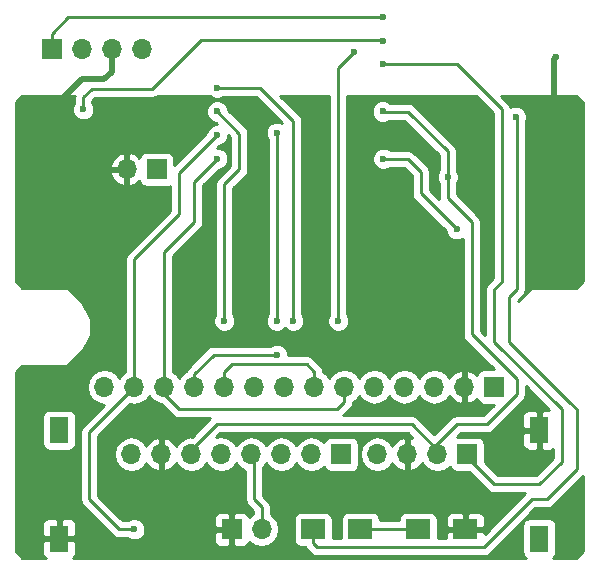
<source format=gbl>
G04 #@! TF.FileFunction,Copper,L2,Bot,Signal*
%FSLAX46Y46*%
G04 Gerber Fmt 4.6, Leading zero omitted, Abs format (unit mm)*
G04 Created by KiCad (PCBNEW 4.0.7) date 05/23/18 23:06:23*
%MOMM*%
%LPD*%
G01*
G04 APERTURE LIST*
%ADD10C,0.100000*%
%ADD11R,1.700000X1.700000*%
%ADD12O,1.700000X1.700000*%
%ADD13R,2.000000X1.700000*%
%ADD14R,1.600000X2.180000*%
%ADD15C,0.600000*%
%ADD16C,0.500000*%
%ADD17C,0.250000*%
%ADD18C,0.254000*%
G04 APERTURE END LIST*
D10*
D11*
X-124841000Y33020000D03*
D12*
X-127381000Y33020000D03*
X-129921000Y33020000D03*
X-132461000Y33020000D03*
D11*
X-160020000Y67310000D03*
D12*
X-157480000Y67310000D03*
X-154940000Y67310000D03*
X-152400000Y67310000D03*
D11*
X-151130000Y57150000D03*
D12*
X-153670000Y57150000D03*
D13*
X-133890000Y26670000D03*
X-137890000Y26670000D03*
X-129000000Y26670000D03*
X-125000000Y26670000D03*
D11*
X-122555000Y38735000D03*
D12*
X-125095000Y38735000D03*
X-127635000Y38735000D03*
X-130175000Y38735000D03*
X-132715000Y38735000D03*
X-135255000Y38735000D03*
X-137795000Y38735000D03*
X-140335000Y38735000D03*
X-142875000Y38735000D03*
X-145415000Y38735000D03*
X-147955000Y38735000D03*
X-150495000Y38735000D03*
X-153035000Y38735000D03*
X-155575000Y38735000D03*
D14*
X-159385000Y25890000D03*
X-159385000Y35070000D03*
X-118745000Y35070000D03*
X-118745000Y25890000D03*
D11*
X-144780000Y26670000D03*
D12*
X-142240000Y26670000D03*
D11*
X-135509000Y33020000D03*
D12*
X-138049000Y33020000D03*
X-140589000Y33020000D03*
X-143129000Y33020000D03*
X-145669000Y33020000D03*
X-148209000Y33020000D03*
X-150749000Y33020000D03*
X-153289000Y33020000D03*
D15*
X-154305000Y41275000D03*
X-149225000Y41275000D03*
X-121285000Y29210000D03*
X-121285000Y31750000D03*
X-118745000Y50165000D03*
X-117330000Y66675000D03*
X-117348000Y56515000D03*
X-123190000Y50260000D03*
X-127635000Y46228000D03*
X-137795000Y46260000D03*
X-142875000Y46228000D03*
X-147980000Y45960000D03*
X-159385000Y51054000D03*
X-132010000Y56050000D03*
X-120745000Y61595000D03*
X-131953000Y58039000D03*
X-125730000Y52070000D03*
X-132010000Y62050000D03*
X-126492000Y56515000D03*
X-146010000Y64050000D03*
X-139573000Y44323000D03*
X-145415000Y44323000D03*
X-146010000Y62050000D03*
X-118745000Y26035000D03*
X-153035000Y26670000D03*
X-146010000Y60050000D03*
X-146010000Y58050000D03*
X-159385000Y34925000D03*
X-140970000Y41465500D03*
X-140970000Y44323000D03*
X-140970000Y60261500D03*
X-132010000Y66050000D03*
X-131953000Y70040500D03*
X-132010000Y68050000D03*
X-157353000Y62230000D03*
X-134429500Y67056000D03*
X-135763000Y44323000D03*
D16*
X-159385000Y62865000D02*
X-157480000Y64770000D01*
X-159385000Y62865000D02*
X-159385000Y60960000D01*
X-159385000Y60960000D02*
X-158115000Y59690000D01*
X-158115000Y59690000D02*
X-154940000Y59690000D01*
X-154940000Y59690000D02*
X-153670000Y58420000D01*
X-153670000Y57150000D02*
X-153670000Y58420000D01*
X-154940000Y65405000D02*
X-154940000Y67310000D01*
X-155575000Y64770000D02*
X-154940000Y65405000D01*
X-157480000Y64770000D02*
X-155575000Y64770000D01*
X-117475000Y62865000D02*
X-117475000Y66530000D01*
X-117475000Y66530000D02*
X-117330000Y66675000D01*
X-123190000Y50260000D02*
X-123190000Y50292000D01*
X-147955000Y45974000D02*
X-147966000Y45974000D01*
X-147966000Y45974000D02*
X-147980000Y45960000D01*
D17*
X-121285000Y27305000D02*
X-123444000Y25146000D01*
X-120745000Y61595000D02*
X-120650000Y61500000D01*
X-120650000Y61500000D02*
X-120650000Y46990000D01*
X-120650000Y46990000D02*
X-121285000Y46355000D01*
X-121285000Y46355000D02*
X-121285000Y42545000D01*
X-121285000Y42545000D02*
X-116205000Y37465000D01*
X-115570000Y36830000D02*
X-115570000Y31750000D01*
X-116205000Y37465000D02*
X-115570000Y36830000D01*
X-119380000Y29210000D02*
X-121285000Y27305000D01*
X-118110000Y29210000D02*
X-119380000Y29210000D01*
X-115570000Y31750000D02*
X-118110000Y29210000D01*
X-137890000Y25495000D02*
X-137890000Y26670000D01*
X-137541000Y25146000D02*
X-137890000Y25495000D01*
X-123444000Y25146000D02*
X-137541000Y25146000D01*
X-129857500Y58039000D02*
X-131953000Y58039000D01*
X-128778000Y56959500D02*
X-129857500Y58039000D01*
X-128778000Y55118000D02*
X-128778000Y56959500D01*
X-125730000Y52070000D02*
X-128778000Y55118000D01*
X-124460000Y43180000D02*
X-120650000Y39370000D01*
X-126492000Y54737000D02*
X-124460000Y52705000D01*
X-124460000Y52705000D02*
X-124460000Y43180000D01*
X-126492000Y56515000D02*
X-126492000Y54737000D01*
X-125730000Y35560000D02*
X-127635000Y33655000D01*
X-123190000Y35560000D02*
X-125730000Y35560000D01*
X-120650000Y38100000D02*
X-123190000Y35560000D01*
X-120650000Y39370000D02*
X-120650000Y38100000D01*
X-127635000Y33655000D02*
X-127635000Y33020000D01*
X-147955000Y33020000D02*
X-147955000Y33655000D01*
X-147955000Y33655000D02*
X-146050000Y35560000D01*
X-129540000Y35560000D02*
X-127635000Y33655000D01*
X-146050000Y35560000D02*
X-129540000Y35560000D01*
X-127635000Y33655000D02*
X-127635000Y33020000D01*
X-126492000Y58674000D02*
X-126492000Y56515000D01*
X-129857500Y62039500D02*
X-126492000Y58674000D01*
X-131999500Y62039500D02*
X-129857500Y62039500D01*
X-131999500Y62039500D02*
X-132010000Y62050000D01*
X-139573000Y61214000D02*
X-139573000Y44323000D01*
X-142430500Y64071500D02*
X-139573000Y61214000D01*
X-145988500Y64071500D02*
X-142430500Y64071500D01*
X-145988500Y64071500D02*
X-146010000Y64050000D01*
X-145415000Y44323000D02*
X-145415000Y55880000D01*
X-144145000Y57150000D02*
X-145415000Y55880000D01*
X-144145000Y60185000D02*
X-144145000Y57150000D01*
X-144145000Y60185000D02*
X-146010000Y62050000D01*
X-145415000Y38735000D02*
X-145415000Y40005000D01*
X-137795000Y40005000D02*
X-137795000Y38735000D01*
X-138430000Y40640000D02*
X-137795000Y40005000D01*
X-139065000Y40640000D02*
X-138430000Y40640000D01*
X-144780000Y40640000D02*
X-139065000Y40640000D01*
X-145415000Y40005000D02*
X-144780000Y40640000D01*
X-118745000Y26035000D02*
X-118745000Y25890000D01*
X-153035000Y38735000D02*
X-156845000Y34925000D01*
X-154305000Y26670000D02*
X-153035000Y26670000D01*
X-156845000Y29210000D02*
X-154305000Y26670000D01*
X-156845000Y34925000D02*
X-156845000Y29210000D01*
X-146010000Y60050000D02*
X-149225000Y56835000D01*
X-149225000Y56835000D02*
X-146010000Y60050000D01*
X-149225000Y56835000D02*
X-149225000Y53340000D01*
X-149225000Y53340000D02*
X-153035000Y49530000D01*
X-153035000Y49530000D02*
X-153035000Y38735000D01*
X-150495000Y38735000D02*
X-150495000Y50165000D01*
X-147955000Y52705000D02*
X-150495000Y50165000D01*
X-147955000Y56105000D02*
X-147955000Y52705000D01*
X-147955000Y56105000D02*
X-146010000Y58050000D01*
X-150495000Y38735000D02*
X-150495000Y38100000D01*
X-150495000Y38100000D02*
X-149225000Y36830000D01*
X-149225000Y36830000D02*
X-135890000Y36830000D01*
X-135890000Y36830000D02*
X-135255000Y37465000D01*
X-135255000Y37465000D02*
X-135255000Y38735000D01*
X-159385000Y34925000D02*
X-159385000Y35070000D01*
X-147955000Y39814500D02*
X-147955000Y38735000D01*
X-146304000Y41465500D02*
X-147955000Y39814500D01*
X-146177000Y41465500D02*
X-146304000Y41465500D01*
X-145986500Y41465500D02*
X-146177000Y41465500D01*
X-140970000Y41465500D02*
X-145986500Y41465500D01*
X-140970000Y44577000D02*
X-140970000Y44323000D01*
X-140970000Y59055000D02*
X-140970000Y44577000D01*
X-140970000Y60261500D02*
X-140970000Y59055000D01*
X-125095000Y33020000D02*
X-122555000Y30480000D01*
X-118745000Y30480000D02*
X-122555000Y30480000D01*
X-116840000Y32385000D02*
X-118745000Y30480000D01*
X-116840000Y36830000D02*
X-116840000Y32385000D01*
X-122555000Y42545000D02*
X-116840000Y36830000D01*
X-122555000Y46990000D02*
X-122555000Y42545000D01*
X-121920000Y47625000D02*
X-122555000Y46990000D01*
X-121920000Y62230000D02*
X-121920000Y47625000D01*
X-125730000Y66040000D02*
X-121920000Y62230000D01*
X-132000000Y66040000D02*
X-125730000Y66040000D01*
X-132000000Y66040000D02*
X-132010000Y66050000D01*
X-147129500Y70040500D02*
X-158623000Y70040500D01*
X-147129500Y70040500D02*
X-131953000Y70040500D01*
X-160020000Y68643500D02*
X-160020000Y67310000D01*
X-158623000Y70040500D02*
X-160020000Y68643500D01*
X-157353000Y63246000D02*
X-157353000Y62230000D01*
X-157353000Y63246000D02*
X-157353000Y63246000D01*
X-156654500Y63944500D02*
X-157353000Y63246000D01*
X-151511000Y63944500D02*
X-156654500Y63944500D01*
X-147383500Y68072000D02*
X-151511000Y63944500D01*
X-132032000Y68072000D02*
X-147383500Y68072000D01*
X-132010000Y68050000D02*
X-132032000Y68072000D01*
X-133890000Y26670000D02*
X-129000000Y26670000D01*
X-135763000Y65722500D02*
X-135763000Y44323000D01*
X-135763000Y65722500D02*
X-134429500Y67056000D01*
X-142240000Y26670000D02*
X-142240000Y28575000D01*
X-142875000Y29210000D02*
X-142875000Y33020000D01*
X-142240000Y28575000D02*
X-142875000Y29210000D01*
D18*
G36*
X-158113000Y63246000D02*
X-158113000Y62792463D01*
X-158145192Y62760327D01*
X-158287838Y62416799D01*
X-158288162Y62044833D01*
X-158146117Y61701057D01*
X-157883327Y61437808D01*
X-157539799Y61295162D01*
X-157167833Y61294838D01*
X-156824057Y61436883D01*
X-156560808Y61699673D01*
X-156418162Y62043201D01*
X-156417838Y62415167D01*
X-156559883Y62758943D01*
X-156593000Y62792118D01*
X-156593000Y62931198D01*
X-156339698Y63184500D01*
X-151511000Y63184500D01*
X-151220161Y63242352D01*
X-151024632Y63373000D01*
X-146655318Y63373000D01*
X-146540327Y63257808D01*
X-146196799Y63115162D01*
X-145824833Y63114838D01*
X-145481057Y63256883D01*
X-145426345Y63311500D01*
X-142745302Y63311500D01*
X-140521452Y61087650D01*
X-140783201Y61196338D01*
X-141155167Y61196662D01*
X-141498943Y61054617D01*
X-141762192Y60791827D01*
X-141904838Y60448299D01*
X-141905162Y60076333D01*
X-141763117Y59732557D01*
X-141730000Y59699382D01*
X-141730000Y44885463D01*
X-141762192Y44853327D01*
X-141904838Y44509799D01*
X-141905162Y44137833D01*
X-141763117Y43794057D01*
X-141500327Y43530808D01*
X-141156799Y43388162D01*
X-140784833Y43387838D01*
X-140441057Y43529883D01*
X-140271435Y43699209D01*
X-140103327Y43530808D01*
X-139759799Y43388162D01*
X-139387833Y43387838D01*
X-139044057Y43529883D01*
X-138780808Y43792673D01*
X-138638162Y44136201D01*
X-138637838Y44508167D01*
X-138779883Y44851943D01*
X-138813000Y44885118D01*
X-138813000Y61214000D01*
X-138851954Y61409833D01*
X-138870852Y61504840D01*
X-139035599Y61751401D01*
X-140657198Y63373000D01*
X-136523000Y63373000D01*
X-136523000Y44885463D01*
X-136555192Y44853327D01*
X-136697838Y44509799D01*
X-136698162Y44137833D01*
X-136556117Y43794057D01*
X-136293327Y43530808D01*
X-135949799Y43388162D01*
X-135577833Y43387838D01*
X-135234057Y43529883D01*
X-134970808Y43792673D01*
X-134828162Y44136201D01*
X-134827838Y44508167D01*
X-134969883Y44851943D01*
X-135003000Y44885118D01*
X-135003000Y63373000D01*
X-124137802Y63373000D01*
X-122680000Y61915198D01*
X-122680000Y47939802D01*
X-123092401Y47527401D01*
X-123257148Y47280839D01*
X-123315000Y46990000D01*
X-123315000Y43109802D01*
X-123700000Y43494802D01*
X-123700000Y52705000D01*
X-123757852Y52995839D01*
X-123922599Y53242401D01*
X-125732000Y55051802D01*
X-125732000Y55952537D01*
X-125699808Y55984673D01*
X-125557162Y56328201D01*
X-125556838Y56700167D01*
X-125698883Y57043943D01*
X-125732000Y57077118D01*
X-125732000Y58674000D01*
X-125789852Y58964839D01*
X-125954599Y59211401D01*
X-129320099Y62576901D01*
X-129566661Y62741648D01*
X-129857500Y62799500D01*
X-131437055Y62799500D01*
X-131479673Y62842192D01*
X-131823201Y62984838D01*
X-132195167Y62985162D01*
X-132538943Y62843117D01*
X-132802192Y62580327D01*
X-132944838Y62236799D01*
X-132945162Y61864833D01*
X-132803117Y61521057D01*
X-132540327Y61257808D01*
X-132196799Y61115162D01*
X-131824833Y61114838D01*
X-131481057Y61256883D01*
X-131458400Y61279500D01*
X-130172302Y61279500D01*
X-127252000Y58359198D01*
X-127252000Y57077463D01*
X-127284192Y57045327D01*
X-127426838Y56701799D01*
X-127427162Y56329833D01*
X-127285117Y55986057D01*
X-127252000Y55952882D01*
X-127252000Y54737000D01*
X-127234569Y54649371D01*
X-128018000Y55432802D01*
X-128018000Y56959500D01*
X-128075852Y57250339D01*
X-128240599Y57496901D01*
X-129320099Y58576401D01*
X-129566661Y58741148D01*
X-129857500Y58799000D01*
X-131390537Y58799000D01*
X-131422673Y58831192D01*
X-131766201Y58973838D01*
X-132138167Y58974162D01*
X-132481943Y58832117D01*
X-132745192Y58569327D01*
X-132887838Y58225799D01*
X-132888162Y57853833D01*
X-132746117Y57510057D01*
X-132483327Y57246808D01*
X-132139799Y57104162D01*
X-131767833Y57103838D01*
X-131424057Y57245883D01*
X-131390882Y57279000D01*
X-130172302Y57279000D01*
X-129538000Y56644698D01*
X-129538000Y55118000D01*
X-129480148Y54827161D01*
X-129315401Y54580599D01*
X-126665122Y51930320D01*
X-126665162Y51884833D01*
X-126523117Y51541057D01*
X-126260327Y51277808D01*
X-125916799Y51135162D01*
X-125544833Y51134838D01*
X-125220000Y51269056D01*
X-125220000Y43180000D01*
X-125162148Y42889161D01*
X-124997401Y42642599D01*
X-122587242Y40232440D01*
X-123405000Y40232440D01*
X-123640317Y40188162D01*
X-123856441Y40049090D01*
X-124001431Y39836890D01*
X-124023301Y39728893D01*
X-124328076Y40006645D01*
X-124738110Y40176476D01*
X-124968000Y40055155D01*
X-124968000Y38862000D01*
X-124948000Y38862000D01*
X-124948000Y38608000D01*
X-124968000Y38608000D01*
X-124968000Y37414845D01*
X-124738110Y37293524D01*
X-124328076Y37463355D01*
X-124025063Y37739501D01*
X-124008162Y37649683D01*
X-123869090Y37433559D01*
X-123656890Y37288569D01*
X-123405000Y37237560D01*
X-122587242Y37237560D01*
X-123504802Y36320000D01*
X-125730000Y36320000D01*
X-126020839Y36262148D01*
X-126267401Y36097401D01*
X-127635000Y34729802D01*
X-129002599Y36097401D01*
X-129249161Y36262148D01*
X-129540000Y36320000D01*
X-135325198Y36320000D01*
X-134717599Y36927599D01*
X-134552852Y37174161D01*
X-134495678Y37461593D01*
X-134204946Y37655853D01*
X-133985000Y37985026D01*
X-133765054Y37655853D01*
X-133283285Y37333946D01*
X-132715000Y37220907D01*
X-132146715Y37333946D01*
X-131664946Y37655853D01*
X-131445000Y37985026D01*
X-131225054Y37655853D01*
X-130743285Y37333946D01*
X-130175000Y37220907D01*
X-129606715Y37333946D01*
X-129124946Y37655853D01*
X-128905000Y37985026D01*
X-128685054Y37655853D01*
X-128203285Y37333946D01*
X-127635000Y37220907D01*
X-127066715Y37333946D01*
X-126584946Y37655853D01*
X-126357298Y37996553D01*
X-126290183Y37853642D01*
X-125861924Y37463355D01*
X-125451890Y37293524D01*
X-125222000Y37414845D01*
X-125222000Y38608000D01*
X-125242000Y38608000D01*
X-125242000Y38862000D01*
X-125222000Y38862000D01*
X-125222000Y40055155D01*
X-125451890Y40176476D01*
X-125861924Y40006645D01*
X-126290183Y39616358D01*
X-126357298Y39473447D01*
X-126584946Y39814147D01*
X-127066715Y40136054D01*
X-127635000Y40249093D01*
X-128203285Y40136054D01*
X-128685054Y39814147D01*
X-128905000Y39484974D01*
X-129124946Y39814147D01*
X-129606715Y40136054D01*
X-130175000Y40249093D01*
X-130743285Y40136054D01*
X-131225054Y39814147D01*
X-131445000Y39484974D01*
X-131664946Y39814147D01*
X-132146715Y40136054D01*
X-132715000Y40249093D01*
X-133283285Y40136054D01*
X-133765054Y39814147D01*
X-133985000Y39484974D01*
X-134204946Y39814147D01*
X-134686715Y40136054D01*
X-135255000Y40249093D01*
X-135823285Y40136054D01*
X-136305054Y39814147D01*
X-136525000Y39484974D01*
X-136744946Y39814147D01*
X-137035678Y40008407D01*
X-137092852Y40295839D01*
X-137257599Y40542401D01*
X-137892599Y41177401D01*
X-138139161Y41342148D01*
X-138430000Y41400000D01*
X-140035056Y41400000D01*
X-140034838Y41650667D01*
X-140176883Y41994443D01*
X-140439673Y42257692D01*
X-140783201Y42400338D01*
X-141155167Y42400662D01*
X-141498943Y42258617D01*
X-141532118Y42225500D01*
X-146304000Y42225500D01*
X-146594839Y42167648D01*
X-146841401Y42002901D01*
X-148492401Y40351901D01*
X-148657148Y40105339D01*
X-148670621Y40037608D01*
X-149005054Y39814147D01*
X-149225000Y39484974D01*
X-149444946Y39814147D01*
X-149735000Y40007954D01*
X-149735000Y49850198D01*
X-147417599Y52167599D01*
X-147252852Y52414160D01*
X-147243254Y52462414D01*
X-147195000Y52705000D01*
X-147195000Y55790198D01*
X-145870320Y57114878D01*
X-145824833Y57114838D01*
X-145481057Y57256883D01*
X-145217808Y57519673D01*
X-145075162Y57863201D01*
X-145074838Y58235167D01*
X-145216883Y58578943D01*
X-145479673Y58842192D01*
X-145823201Y58984838D01*
X-146000206Y58984992D01*
X-145870320Y59114878D01*
X-145824833Y59114838D01*
X-145481057Y59256883D01*
X-145217808Y59519673D01*
X-145075162Y59863201D01*
X-145075008Y60040206D01*
X-144905000Y59870198D01*
X-144905000Y57464802D01*
X-145952401Y56417401D01*
X-146117148Y56170839D01*
X-146175000Y55880000D01*
X-146175000Y44885463D01*
X-146207192Y44853327D01*
X-146349838Y44509799D01*
X-146350162Y44137833D01*
X-146208117Y43794057D01*
X-145945327Y43530808D01*
X-145601799Y43388162D01*
X-145229833Y43387838D01*
X-144886057Y43529883D01*
X-144622808Y43792673D01*
X-144480162Y44136201D01*
X-144479838Y44508167D01*
X-144621883Y44851943D01*
X-144655000Y44885118D01*
X-144655000Y55565198D01*
X-143607599Y56612599D01*
X-143442852Y56859160D01*
X-143385000Y57150000D01*
X-143385000Y60185000D01*
X-143442852Y60475839D01*
X-143442852Y60475840D01*
X-143607599Y60722401D01*
X-145074878Y62189680D01*
X-145074838Y62235167D01*
X-145216883Y62578943D01*
X-145479673Y62842192D01*
X-145823201Y62984838D01*
X-146195167Y62985162D01*
X-146538943Y62843117D01*
X-146802192Y62580327D01*
X-146944838Y62236799D01*
X-146945162Y61864833D01*
X-146803117Y61521057D01*
X-146540327Y61257808D01*
X-146196799Y61115162D01*
X-146149923Y61115121D01*
X-146019811Y60985009D01*
X-146195167Y60985162D01*
X-146538943Y60843117D01*
X-146802192Y60580327D01*
X-146944838Y60236799D01*
X-146944879Y60189923D01*
X-149632560Y57502242D01*
X-149632560Y58000000D01*
X-149676838Y58235317D01*
X-149815910Y58451441D01*
X-150028110Y58596431D01*
X-150280000Y58647440D01*
X-151980000Y58647440D01*
X-152215317Y58603162D01*
X-152431441Y58464090D01*
X-152576431Y58251890D01*
X-152598301Y58143893D01*
X-152903076Y58421645D01*
X-153313110Y58591476D01*
X-153543000Y58470155D01*
X-153543000Y57277000D01*
X-153523000Y57277000D01*
X-153523000Y57023000D01*
X-153543000Y57023000D01*
X-153543000Y55829845D01*
X-153313110Y55708524D01*
X-152903076Y55878355D01*
X-152600063Y56154501D01*
X-152583162Y56064683D01*
X-152444090Y55848559D01*
X-152231890Y55703569D01*
X-151980000Y55652560D01*
X-150280000Y55652560D01*
X-150044683Y55696838D01*
X-149985000Y55735243D01*
X-149985000Y53654802D01*
X-153572401Y50067401D01*
X-153737148Y49820839D01*
X-153795000Y49530000D01*
X-153795000Y40007954D01*
X-154085054Y39814147D01*
X-154305000Y39484974D01*
X-154524946Y39814147D01*
X-155006715Y40136054D01*
X-155575000Y40249093D01*
X-156143285Y40136054D01*
X-156625054Y39814147D01*
X-156946961Y39332378D01*
X-157060000Y38764093D01*
X-157060000Y38705907D01*
X-156946961Y38137622D01*
X-156625054Y37655853D01*
X-156143285Y37333946D01*
X-155615783Y37229019D01*
X-157382401Y35462401D01*
X-157547148Y35215839D01*
X-157605000Y34925000D01*
X-157605000Y29210000D01*
X-157547148Y28919161D01*
X-157382401Y28672599D01*
X-154842401Y26132599D01*
X-154595840Y25967852D01*
X-154547586Y25958254D01*
X-154305000Y25910000D01*
X-153597463Y25910000D01*
X-153565327Y25877808D01*
X-153221799Y25735162D01*
X-152849833Y25734838D01*
X-152506057Y25876883D01*
X-152242808Y26139673D01*
X-152141251Y26384250D01*
X-146265000Y26384250D01*
X-146265000Y25693691D01*
X-146168327Y25460302D01*
X-145989699Y25281673D01*
X-145756310Y25185000D01*
X-145065750Y25185000D01*
X-144907000Y25343750D01*
X-144907000Y26543000D01*
X-146106250Y26543000D01*
X-146265000Y26384250D01*
X-152141251Y26384250D01*
X-152100162Y26483201D01*
X-152099838Y26855167D01*
X-152241883Y27198943D01*
X-152504673Y27462192D01*
X-152848201Y27604838D01*
X-153220167Y27605162D01*
X-153563943Y27463117D01*
X-153597118Y27430000D01*
X-153990198Y27430000D01*
X-154206507Y27646309D01*
X-146265000Y27646309D01*
X-146265000Y26955750D01*
X-146106250Y26797000D01*
X-144907000Y26797000D01*
X-144907000Y27996250D01*
X-145065750Y28155000D01*
X-145756310Y28155000D01*
X-145989699Y28058327D01*
X-146168327Y27879698D01*
X-146265000Y27646309D01*
X-154206507Y27646309D01*
X-156085000Y29524802D01*
X-156085000Y33049093D01*
X-154774000Y33049093D01*
X-154774000Y32990907D01*
X-154660961Y32422622D01*
X-154339054Y31940853D01*
X-153857285Y31618946D01*
X-153289000Y31505907D01*
X-152720715Y31618946D01*
X-152238946Y31940853D01*
X-152011298Y32281553D01*
X-151944183Y32138642D01*
X-151515924Y31748355D01*
X-151105890Y31578524D01*
X-150876000Y31699845D01*
X-150876000Y32893000D01*
X-150896000Y32893000D01*
X-150896000Y33147000D01*
X-150876000Y33147000D01*
X-150876000Y34340155D01*
X-151105890Y34461476D01*
X-151515924Y34291645D01*
X-151944183Y33901358D01*
X-152011298Y33758447D01*
X-152238946Y34099147D01*
X-152720715Y34421054D01*
X-153289000Y34534093D01*
X-153857285Y34421054D01*
X-154339054Y34099147D01*
X-154660961Y33617378D01*
X-154774000Y33049093D01*
X-156085000Y33049093D01*
X-156085000Y34610198D01*
X-153401408Y37293790D01*
X-153035000Y37220907D01*
X-152466715Y37333946D01*
X-151984946Y37655853D01*
X-151765000Y37985026D01*
X-151545054Y37655853D01*
X-151063285Y37333946D01*
X-150739304Y37269502D01*
X-149762401Y36292599D01*
X-149515840Y36127852D01*
X-149225000Y36070000D01*
X-146614802Y36070000D01*
X-148160380Y34524422D01*
X-148209000Y34534093D01*
X-148777285Y34421054D01*
X-149259054Y34099147D01*
X-149486702Y33758447D01*
X-149553817Y33901358D01*
X-149982076Y34291645D01*
X-150392110Y34461476D01*
X-150622000Y34340155D01*
X-150622000Y33147000D01*
X-150602000Y33147000D01*
X-150602000Y32893000D01*
X-150622000Y32893000D01*
X-150622000Y31699845D01*
X-150392110Y31578524D01*
X-149982076Y31748355D01*
X-149553817Y32138642D01*
X-149486702Y32281553D01*
X-149259054Y31940853D01*
X-148777285Y31618946D01*
X-148209000Y31505907D01*
X-147640715Y31618946D01*
X-147158946Y31940853D01*
X-146939000Y32270026D01*
X-146719054Y31940853D01*
X-146237285Y31618946D01*
X-145669000Y31505907D01*
X-145100715Y31618946D01*
X-144618946Y31940853D01*
X-144399000Y32270026D01*
X-144179054Y31940853D01*
X-143697285Y31618946D01*
X-143635000Y31606557D01*
X-143635000Y29210000D01*
X-143577148Y28919161D01*
X-143412401Y28672599D01*
X-143000000Y28260198D01*
X-143000000Y27942954D01*
X-143290054Y27749147D01*
X-143319403Y27705223D01*
X-143391673Y27879698D01*
X-143570301Y28058327D01*
X-143803690Y28155000D01*
X-144494250Y28155000D01*
X-144653000Y27996250D01*
X-144653000Y26797000D01*
X-144633000Y26797000D01*
X-144633000Y26543000D01*
X-144653000Y26543000D01*
X-144653000Y25343750D01*
X-144494250Y25185000D01*
X-143803690Y25185000D01*
X-143570301Y25281673D01*
X-143391673Y25460302D01*
X-143319403Y25634777D01*
X-143290054Y25590853D01*
X-142808285Y25268946D01*
X-142240000Y25155907D01*
X-141671715Y25268946D01*
X-141189946Y25590853D01*
X-140868039Y26072622D01*
X-140755000Y26640907D01*
X-140755000Y26699093D01*
X-140868039Y27267378D01*
X-141189946Y27749147D01*
X-141480000Y27942954D01*
X-141480000Y28575000D01*
X-141537852Y28865839D01*
X-141702599Y29112401D01*
X-142115000Y29524802D01*
X-142115000Y31916763D01*
X-142078946Y31940853D01*
X-141859000Y32270026D01*
X-141639054Y31940853D01*
X-141157285Y31618946D01*
X-140589000Y31505907D01*
X-140020715Y31618946D01*
X-139538946Y31940853D01*
X-139319000Y32270026D01*
X-139099054Y31940853D01*
X-138617285Y31618946D01*
X-138049000Y31505907D01*
X-137480715Y31618946D01*
X-136998946Y31940853D01*
X-136971150Y31982452D01*
X-136962162Y31934683D01*
X-136823090Y31718559D01*
X-136610890Y31573569D01*
X-136359000Y31522560D01*
X-134659000Y31522560D01*
X-134423683Y31566838D01*
X-134207559Y31705910D01*
X-134062569Y31918110D01*
X-134011560Y32170000D01*
X-134011560Y33049093D01*
X-133946000Y33049093D01*
X-133946000Y32990907D01*
X-133832961Y32422622D01*
X-133511054Y31940853D01*
X-133029285Y31618946D01*
X-132461000Y31505907D01*
X-131892715Y31618946D01*
X-131410946Y31940853D01*
X-131183298Y32281553D01*
X-131116183Y32138642D01*
X-130687924Y31748355D01*
X-130277890Y31578524D01*
X-130048000Y31699845D01*
X-130048000Y32893000D01*
X-130068000Y32893000D01*
X-130068000Y33147000D01*
X-130048000Y33147000D01*
X-130048000Y34340155D01*
X-130277890Y34461476D01*
X-130687924Y34291645D01*
X-131116183Y33901358D01*
X-131183298Y33758447D01*
X-131410946Y34099147D01*
X-131892715Y34421054D01*
X-132461000Y34534093D01*
X-133029285Y34421054D01*
X-133511054Y34099147D01*
X-133832961Y33617378D01*
X-133946000Y33049093D01*
X-134011560Y33049093D01*
X-134011560Y33870000D01*
X-134055838Y34105317D01*
X-134194910Y34321441D01*
X-134407110Y34466431D01*
X-134659000Y34517440D01*
X-136359000Y34517440D01*
X-136594317Y34473162D01*
X-136810441Y34334090D01*
X-136955431Y34121890D01*
X-136969086Y34054459D01*
X-136998946Y34099147D01*
X-137480715Y34421054D01*
X-138049000Y34534093D01*
X-138617285Y34421054D01*
X-139099054Y34099147D01*
X-139319000Y33769974D01*
X-139538946Y34099147D01*
X-140020715Y34421054D01*
X-140589000Y34534093D01*
X-141157285Y34421054D01*
X-141639054Y34099147D01*
X-141859000Y33769974D01*
X-142078946Y34099147D01*
X-142560715Y34421054D01*
X-143129000Y34534093D01*
X-143697285Y34421054D01*
X-144179054Y34099147D01*
X-144399000Y33769974D01*
X-144618946Y34099147D01*
X-145100715Y34421054D01*
X-145669000Y34534093D01*
X-146083568Y34451630D01*
X-145735198Y34800000D01*
X-129854802Y34800000D01*
X-129482459Y34427657D01*
X-129564110Y34461476D01*
X-129794000Y34340155D01*
X-129794000Y33147000D01*
X-129774000Y33147000D01*
X-129774000Y32893000D01*
X-129794000Y32893000D01*
X-129794000Y31699845D01*
X-129564110Y31578524D01*
X-129154076Y31748355D01*
X-128725817Y32138642D01*
X-128658702Y32281553D01*
X-128431054Y31940853D01*
X-127949285Y31618946D01*
X-127381000Y31505907D01*
X-126812715Y31618946D01*
X-126330946Y31940853D01*
X-126303150Y31982452D01*
X-126294162Y31934683D01*
X-126155090Y31718559D01*
X-125942890Y31573569D01*
X-125691000Y31522560D01*
X-124672362Y31522560D01*
X-123092401Y29942599D01*
X-122845840Y29777852D01*
X-122797586Y29768254D01*
X-122555000Y29720000D01*
X-119944802Y29720000D01*
X-123365000Y26299802D01*
X-123365000Y26384250D01*
X-123523750Y26543000D01*
X-124873000Y26543000D01*
X-124873000Y26523000D01*
X-125127000Y26523000D01*
X-125127000Y26543000D01*
X-126476250Y26543000D01*
X-126635000Y26384250D01*
X-126635000Y25906000D01*
X-127352560Y25906000D01*
X-127352560Y27520000D01*
X-127376326Y27646310D01*
X-126635000Y27646310D01*
X-126635000Y26955750D01*
X-126476250Y26797000D01*
X-125127000Y26797000D01*
X-125127000Y27996250D01*
X-124873000Y27996250D01*
X-124873000Y26797000D01*
X-123523750Y26797000D01*
X-123365000Y26955750D01*
X-123365000Y27646310D01*
X-123461673Y27879699D01*
X-123640302Y28058327D01*
X-123873691Y28155000D01*
X-124714250Y28155000D01*
X-124873000Y27996250D01*
X-125127000Y27996250D01*
X-125285750Y28155000D01*
X-126126309Y28155000D01*
X-126359698Y28058327D01*
X-126538327Y27879699D01*
X-126635000Y27646310D01*
X-127376326Y27646310D01*
X-127396838Y27755317D01*
X-127535910Y27971441D01*
X-127748110Y28116431D01*
X-128000000Y28167440D01*
X-130000000Y28167440D01*
X-130235317Y28123162D01*
X-130451441Y27984090D01*
X-130596431Y27771890D01*
X-130647440Y27520000D01*
X-130647440Y27430000D01*
X-132242560Y27430000D01*
X-132242560Y27520000D01*
X-132286838Y27755317D01*
X-132425910Y27971441D01*
X-132638110Y28116431D01*
X-132890000Y28167440D01*
X-134890000Y28167440D01*
X-135125317Y28123162D01*
X-135341441Y27984090D01*
X-135486431Y27771890D01*
X-135537440Y27520000D01*
X-135537440Y25906000D01*
X-136242560Y25906000D01*
X-136242560Y27520000D01*
X-136286838Y27755317D01*
X-136425910Y27971441D01*
X-136638110Y28116431D01*
X-136890000Y28167440D01*
X-138890000Y28167440D01*
X-139125317Y28123162D01*
X-139341441Y27984090D01*
X-139486431Y27771890D01*
X-139537440Y27520000D01*
X-139537440Y25820000D01*
X-139493162Y25584683D01*
X-139354090Y25368559D01*
X-139141890Y25223569D01*
X-138890000Y25172560D01*
X-138571033Y25172560D01*
X-138427401Y24957599D01*
X-138078401Y24608599D01*
X-137831839Y24443852D01*
X-137541000Y24386000D01*
X-123444000Y24386000D01*
X-123153161Y24443852D01*
X-122906599Y24608599D01*
X-119065198Y28450000D01*
X-118110000Y28450000D01*
X-117819161Y28507852D01*
X-117572599Y28672599D01*
X-115062000Y31183198D01*
X-115062000Y24817606D01*
X-115622606Y24257000D01*
X-117616189Y24257000D01*
X-117493559Y24335910D01*
X-117348569Y24548110D01*
X-117297560Y24800000D01*
X-117297560Y26980000D01*
X-117341838Y27215317D01*
X-117480910Y27431441D01*
X-117693110Y27576431D01*
X-117945000Y27627440D01*
X-119545000Y27627440D01*
X-119780317Y27583162D01*
X-119996441Y27444090D01*
X-120141431Y27231890D01*
X-120192440Y26980000D01*
X-120192440Y24800000D01*
X-120148162Y24564683D01*
X-120009090Y24348559D01*
X-119875089Y24257000D01*
X-158236583Y24257000D01*
X-158225301Y24261673D01*
X-158046673Y24440302D01*
X-157950000Y24673691D01*
X-157950000Y25604250D01*
X-158108750Y25763000D01*
X-159258000Y25763000D01*
X-159258000Y25743000D01*
X-159512000Y25743000D01*
X-159512000Y25763000D01*
X-160661250Y25763000D01*
X-160820000Y25604250D01*
X-160820000Y24673691D01*
X-160723327Y24440302D01*
X-160544699Y24261673D01*
X-160533417Y24257000D01*
X-162507394Y24257000D01*
X-163068000Y24817606D01*
X-163068000Y27106309D01*
X-160820000Y27106309D01*
X-160820000Y26175750D01*
X-160661250Y26017000D01*
X-159512000Y26017000D01*
X-159512000Y27456250D01*
X-159258000Y27456250D01*
X-159258000Y26017000D01*
X-158108750Y26017000D01*
X-157950000Y26175750D01*
X-157950000Y27106309D01*
X-158046673Y27339698D01*
X-158225301Y27518327D01*
X-158458690Y27615000D01*
X-159099250Y27615000D01*
X-159258000Y27456250D01*
X-159512000Y27456250D01*
X-159670750Y27615000D01*
X-160311310Y27615000D01*
X-160544699Y27518327D01*
X-160723327Y27339698D01*
X-160820000Y27106309D01*
X-163068000Y27106309D01*
X-163068000Y36160000D01*
X-160832440Y36160000D01*
X-160832440Y33980000D01*
X-160788162Y33744683D01*
X-160649090Y33528559D01*
X-160436890Y33383569D01*
X-160185000Y33332560D01*
X-158585000Y33332560D01*
X-158349683Y33376838D01*
X-158133559Y33515910D01*
X-157988569Y33728110D01*
X-157937560Y33980000D01*
X-157937560Y36160000D01*
X-157981838Y36395317D01*
X-158120910Y36611441D01*
X-158333110Y36756431D01*
X-158585000Y36807440D01*
X-160185000Y36807440D01*
X-160420317Y36763162D01*
X-160636441Y36624090D01*
X-160781431Y36411890D01*
X-160832440Y36160000D01*
X-163068000Y36160000D01*
X-163068000Y39952394D01*
X-162507394Y40513000D01*
X-158750000Y40513000D01*
X-158700590Y40523006D01*
X-158660197Y40550197D01*
X-157390197Y41820197D01*
X-157366408Y41853204D01*
X-156731408Y43123204D01*
X-156718000Y43180000D01*
X-156718000Y44450000D01*
X-156731408Y44506796D01*
X-157366408Y45776796D01*
X-157390197Y45809803D01*
X-158660197Y47079803D01*
X-158702211Y47107666D01*
X-158750000Y47117000D01*
X-162507394Y47117000D01*
X-163068000Y47677606D01*
X-163068000Y56793108D01*
X-155111486Y56793108D01*
X-154865183Y56268642D01*
X-154436924Y55878355D01*
X-154026890Y55708524D01*
X-153797000Y55829845D01*
X-153797000Y57023000D01*
X-154990819Y57023000D01*
X-155111486Y56793108D01*
X-163068000Y56793108D01*
X-163068000Y57506892D01*
X-155111486Y57506892D01*
X-154990819Y57277000D01*
X-153797000Y57277000D01*
X-153797000Y58470155D01*
X-154026890Y58591476D01*
X-154436924Y58421645D01*
X-154865183Y58031358D01*
X-155111486Y57506892D01*
X-163068000Y57506892D01*
X-163068000Y62812394D01*
X-162507394Y63373000D01*
X-158087738Y63373000D01*
X-158113000Y63246000D01*
X-158113000Y63246000D01*
G37*
X-158113000Y63246000D02*
X-158113000Y62792463D01*
X-158145192Y62760327D01*
X-158287838Y62416799D01*
X-158288162Y62044833D01*
X-158146117Y61701057D01*
X-157883327Y61437808D01*
X-157539799Y61295162D01*
X-157167833Y61294838D01*
X-156824057Y61436883D01*
X-156560808Y61699673D01*
X-156418162Y62043201D01*
X-156417838Y62415167D01*
X-156559883Y62758943D01*
X-156593000Y62792118D01*
X-156593000Y62931198D01*
X-156339698Y63184500D01*
X-151511000Y63184500D01*
X-151220161Y63242352D01*
X-151024632Y63373000D01*
X-146655318Y63373000D01*
X-146540327Y63257808D01*
X-146196799Y63115162D01*
X-145824833Y63114838D01*
X-145481057Y63256883D01*
X-145426345Y63311500D01*
X-142745302Y63311500D01*
X-140521452Y61087650D01*
X-140783201Y61196338D01*
X-141155167Y61196662D01*
X-141498943Y61054617D01*
X-141762192Y60791827D01*
X-141904838Y60448299D01*
X-141905162Y60076333D01*
X-141763117Y59732557D01*
X-141730000Y59699382D01*
X-141730000Y44885463D01*
X-141762192Y44853327D01*
X-141904838Y44509799D01*
X-141905162Y44137833D01*
X-141763117Y43794057D01*
X-141500327Y43530808D01*
X-141156799Y43388162D01*
X-140784833Y43387838D01*
X-140441057Y43529883D01*
X-140271435Y43699209D01*
X-140103327Y43530808D01*
X-139759799Y43388162D01*
X-139387833Y43387838D01*
X-139044057Y43529883D01*
X-138780808Y43792673D01*
X-138638162Y44136201D01*
X-138637838Y44508167D01*
X-138779883Y44851943D01*
X-138813000Y44885118D01*
X-138813000Y61214000D01*
X-138851954Y61409833D01*
X-138870852Y61504840D01*
X-139035599Y61751401D01*
X-140657198Y63373000D01*
X-136523000Y63373000D01*
X-136523000Y44885463D01*
X-136555192Y44853327D01*
X-136697838Y44509799D01*
X-136698162Y44137833D01*
X-136556117Y43794057D01*
X-136293327Y43530808D01*
X-135949799Y43388162D01*
X-135577833Y43387838D01*
X-135234057Y43529883D01*
X-134970808Y43792673D01*
X-134828162Y44136201D01*
X-134827838Y44508167D01*
X-134969883Y44851943D01*
X-135003000Y44885118D01*
X-135003000Y63373000D01*
X-124137802Y63373000D01*
X-122680000Y61915198D01*
X-122680000Y47939802D01*
X-123092401Y47527401D01*
X-123257148Y47280839D01*
X-123315000Y46990000D01*
X-123315000Y43109802D01*
X-123700000Y43494802D01*
X-123700000Y52705000D01*
X-123757852Y52995839D01*
X-123922599Y53242401D01*
X-125732000Y55051802D01*
X-125732000Y55952537D01*
X-125699808Y55984673D01*
X-125557162Y56328201D01*
X-125556838Y56700167D01*
X-125698883Y57043943D01*
X-125732000Y57077118D01*
X-125732000Y58674000D01*
X-125789852Y58964839D01*
X-125954599Y59211401D01*
X-129320099Y62576901D01*
X-129566661Y62741648D01*
X-129857500Y62799500D01*
X-131437055Y62799500D01*
X-131479673Y62842192D01*
X-131823201Y62984838D01*
X-132195167Y62985162D01*
X-132538943Y62843117D01*
X-132802192Y62580327D01*
X-132944838Y62236799D01*
X-132945162Y61864833D01*
X-132803117Y61521057D01*
X-132540327Y61257808D01*
X-132196799Y61115162D01*
X-131824833Y61114838D01*
X-131481057Y61256883D01*
X-131458400Y61279500D01*
X-130172302Y61279500D01*
X-127252000Y58359198D01*
X-127252000Y57077463D01*
X-127284192Y57045327D01*
X-127426838Y56701799D01*
X-127427162Y56329833D01*
X-127285117Y55986057D01*
X-127252000Y55952882D01*
X-127252000Y54737000D01*
X-127234569Y54649371D01*
X-128018000Y55432802D01*
X-128018000Y56959500D01*
X-128075852Y57250339D01*
X-128240599Y57496901D01*
X-129320099Y58576401D01*
X-129566661Y58741148D01*
X-129857500Y58799000D01*
X-131390537Y58799000D01*
X-131422673Y58831192D01*
X-131766201Y58973838D01*
X-132138167Y58974162D01*
X-132481943Y58832117D01*
X-132745192Y58569327D01*
X-132887838Y58225799D01*
X-132888162Y57853833D01*
X-132746117Y57510057D01*
X-132483327Y57246808D01*
X-132139799Y57104162D01*
X-131767833Y57103838D01*
X-131424057Y57245883D01*
X-131390882Y57279000D01*
X-130172302Y57279000D01*
X-129538000Y56644698D01*
X-129538000Y55118000D01*
X-129480148Y54827161D01*
X-129315401Y54580599D01*
X-126665122Y51930320D01*
X-126665162Y51884833D01*
X-126523117Y51541057D01*
X-126260327Y51277808D01*
X-125916799Y51135162D01*
X-125544833Y51134838D01*
X-125220000Y51269056D01*
X-125220000Y43180000D01*
X-125162148Y42889161D01*
X-124997401Y42642599D01*
X-122587242Y40232440D01*
X-123405000Y40232440D01*
X-123640317Y40188162D01*
X-123856441Y40049090D01*
X-124001431Y39836890D01*
X-124023301Y39728893D01*
X-124328076Y40006645D01*
X-124738110Y40176476D01*
X-124968000Y40055155D01*
X-124968000Y38862000D01*
X-124948000Y38862000D01*
X-124948000Y38608000D01*
X-124968000Y38608000D01*
X-124968000Y37414845D01*
X-124738110Y37293524D01*
X-124328076Y37463355D01*
X-124025063Y37739501D01*
X-124008162Y37649683D01*
X-123869090Y37433559D01*
X-123656890Y37288569D01*
X-123405000Y37237560D01*
X-122587242Y37237560D01*
X-123504802Y36320000D01*
X-125730000Y36320000D01*
X-126020839Y36262148D01*
X-126267401Y36097401D01*
X-127635000Y34729802D01*
X-129002599Y36097401D01*
X-129249161Y36262148D01*
X-129540000Y36320000D01*
X-135325198Y36320000D01*
X-134717599Y36927599D01*
X-134552852Y37174161D01*
X-134495678Y37461593D01*
X-134204946Y37655853D01*
X-133985000Y37985026D01*
X-133765054Y37655853D01*
X-133283285Y37333946D01*
X-132715000Y37220907D01*
X-132146715Y37333946D01*
X-131664946Y37655853D01*
X-131445000Y37985026D01*
X-131225054Y37655853D01*
X-130743285Y37333946D01*
X-130175000Y37220907D01*
X-129606715Y37333946D01*
X-129124946Y37655853D01*
X-128905000Y37985026D01*
X-128685054Y37655853D01*
X-128203285Y37333946D01*
X-127635000Y37220907D01*
X-127066715Y37333946D01*
X-126584946Y37655853D01*
X-126357298Y37996553D01*
X-126290183Y37853642D01*
X-125861924Y37463355D01*
X-125451890Y37293524D01*
X-125222000Y37414845D01*
X-125222000Y38608000D01*
X-125242000Y38608000D01*
X-125242000Y38862000D01*
X-125222000Y38862000D01*
X-125222000Y40055155D01*
X-125451890Y40176476D01*
X-125861924Y40006645D01*
X-126290183Y39616358D01*
X-126357298Y39473447D01*
X-126584946Y39814147D01*
X-127066715Y40136054D01*
X-127635000Y40249093D01*
X-128203285Y40136054D01*
X-128685054Y39814147D01*
X-128905000Y39484974D01*
X-129124946Y39814147D01*
X-129606715Y40136054D01*
X-130175000Y40249093D01*
X-130743285Y40136054D01*
X-131225054Y39814147D01*
X-131445000Y39484974D01*
X-131664946Y39814147D01*
X-132146715Y40136054D01*
X-132715000Y40249093D01*
X-133283285Y40136054D01*
X-133765054Y39814147D01*
X-133985000Y39484974D01*
X-134204946Y39814147D01*
X-134686715Y40136054D01*
X-135255000Y40249093D01*
X-135823285Y40136054D01*
X-136305054Y39814147D01*
X-136525000Y39484974D01*
X-136744946Y39814147D01*
X-137035678Y40008407D01*
X-137092852Y40295839D01*
X-137257599Y40542401D01*
X-137892599Y41177401D01*
X-138139161Y41342148D01*
X-138430000Y41400000D01*
X-140035056Y41400000D01*
X-140034838Y41650667D01*
X-140176883Y41994443D01*
X-140439673Y42257692D01*
X-140783201Y42400338D01*
X-141155167Y42400662D01*
X-141498943Y42258617D01*
X-141532118Y42225500D01*
X-146304000Y42225500D01*
X-146594839Y42167648D01*
X-146841401Y42002901D01*
X-148492401Y40351901D01*
X-148657148Y40105339D01*
X-148670621Y40037608D01*
X-149005054Y39814147D01*
X-149225000Y39484974D01*
X-149444946Y39814147D01*
X-149735000Y40007954D01*
X-149735000Y49850198D01*
X-147417599Y52167599D01*
X-147252852Y52414160D01*
X-147243254Y52462414D01*
X-147195000Y52705000D01*
X-147195000Y55790198D01*
X-145870320Y57114878D01*
X-145824833Y57114838D01*
X-145481057Y57256883D01*
X-145217808Y57519673D01*
X-145075162Y57863201D01*
X-145074838Y58235167D01*
X-145216883Y58578943D01*
X-145479673Y58842192D01*
X-145823201Y58984838D01*
X-146000206Y58984992D01*
X-145870320Y59114878D01*
X-145824833Y59114838D01*
X-145481057Y59256883D01*
X-145217808Y59519673D01*
X-145075162Y59863201D01*
X-145075008Y60040206D01*
X-144905000Y59870198D01*
X-144905000Y57464802D01*
X-145952401Y56417401D01*
X-146117148Y56170839D01*
X-146175000Y55880000D01*
X-146175000Y44885463D01*
X-146207192Y44853327D01*
X-146349838Y44509799D01*
X-146350162Y44137833D01*
X-146208117Y43794057D01*
X-145945327Y43530808D01*
X-145601799Y43388162D01*
X-145229833Y43387838D01*
X-144886057Y43529883D01*
X-144622808Y43792673D01*
X-144480162Y44136201D01*
X-144479838Y44508167D01*
X-144621883Y44851943D01*
X-144655000Y44885118D01*
X-144655000Y55565198D01*
X-143607599Y56612599D01*
X-143442852Y56859160D01*
X-143385000Y57150000D01*
X-143385000Y60185000D01*
X-143442852Y60475839D01*
X-143442852Y60475840D01*
X-143607599Y60722401D01*
X-145074878Y62189680D01*
X-145074838Y62235167D01*
X-145216883Y62578943D01*
X-145479673Y62842192D01*
X-145823201Y62984838D01*
X-146195167Y62985162D01*
X-146538943Y62843117D01*
X-146802192Y62580327D01*
X-146944838Y62236799D01*
X-146945162Y61864833D01*
X-146803117Y61521057D01*
X-146540327Y61257808D01*
X-146196799Y61115162D01*
X-146149923Y61115121D01*
X-146019811Y60985009D01*
X-146195167Y60985162D01*
X-146538943Y60843117D01*
X-146802192Y60580327D01*
X-146944838Y60236799D01*
X-146944879Y60189923D01*
X-149632560Y57502242D01*
X-149632560Y58000000D01*
X-149676838Y58235317D01*
X-149815910Y58451441D01*
X-150028110Y58596431D01*
X-150280000Y58647440D01*
X-151980000Y58647440D01*
X-152215317Y58603162D01*
X-152431441Y58464090D01*
X-152576431Y58251890D01*
X-152598301Y58143893D01*
X-152903076Y58421645D01*
X-153313110Y58591476D01*
X-153543000Y58470155D01*
X-153543000Y57277000D01*
X-153523000Y57277000D01*
X-153523000Y57023000D01*
X-153543000Y57023000D01*
X-153543000Y55829845D01*
X-153313110Y55708524D01*
X-152903076Y55878355D01*
X-152600063Y56154501D01*
X-152583162Y56064683D01*
X-152444090Y55848559D01*
X-152231890Y55703569D01*
X-151980000Y55652560D01*
X-150280000Y55652560D01*
X-150044683Y55696838D01*
X-149985000Y55735243D01*
X-149985000Y53654802D01*
X-153572401Y50067401D01*
X-153737148Y49820839D01*
X-153795000Y49530000D01*
X-153795000Y40007954D01*
X-154085054Y39814147D01*
X-154305000Y39484974D01*
X-154524946Y39814147D01*
X-155006715Y40136054D01*
X-155575000Y40249093D01*
X-156143285Y40136054D01*
X-156625054Y39814147D01*
X-156946961Y39332378D01*
X-157060000Y38764093D01*
X-157060000Y38705907D01*
X-156946961Y38137622D01*
X-156625054Y37655853D01*
X-156143285Y37333946D01*
X-155615783Y37229019D01*
X-157382401Y35462401D01*
X-157547148Y35215839D01*
X-157605000Y34925000D01*
X-157605000Y29210000D01*
X-157547148Y28919161D01*
X-157382401Y28672599D01*
X-154842401Y26132599D01*
X-154595840Y25967852D01*
X-154547586Y25958254D01*
X-154305000Y25910000D01*
X-153597463Y25910000D01*
X-153565327Y25877808D01*
X-153221799Y25735162D01*
X-152849833Y25734838D01*
X-152506057Y25876883D01*
X-152242808Y26139673D01*
X-152141251Y26384250D01*
X-146265000Y26384250D01*
X-146265000Y25693691D01*
X-146168327Y25460302D01*
X-145989699Y25281673D01*
X-145756310Y25185000D01*
X-145065750Y25185000D01*
X-144907000Y25343750D01*
X-144907000Y26543000D01*
X-146106250Y26543000D01*
X-146265000Y26384250D01*
X-152141251Y26384250D01*
X-152100162Y26483201D01*
X-152099838Y26855167D01*
X-152241883Y27198943D01*
X-152504673Y27462192D01*
X-152848201Y27604838D01*
X-153220167Y27605162D01*
X-153563943Y27463117D01*
X-153597118Y27430000D01*
X-153990198Y27430000D01*
X-154206507Y27646309D01*
X-146265000Y27646309D01*
X-146265000Y26955750D01*
X-146106250Y26797000D01*
X-144907000Y26797000D01*
X-144907000Y27996250D01*
X-145065750Y28155000D01*
X-145756310Y28155000D01*
X-145989699Y28058327D01*
X-146168327Y27879698D01*
X-146265000Y27646309D01*
X-154206507Y27646309D01*
X-156085000Y29524802D01*
X-156085000Y33049093D01*
X-154774000Y33049093D01*
X-154774000Y32990907D01*
X-154660961Y32422622D01*
X-154339054Y31940853D01*
X-153857285Y31618946D01*
X-153289000Y31505907D01*
X-152720715Y31618946D01*
X-152238946Y31940853D01*
X-152011298Y32281553D01*
X-151944183Y32138642D01*
X-151515924Y31748355D01*
X-151105890Y31578524D01*
X-150876000Y31699845D01*
X-150876000Y32893000D01*
X-150896000Y32893000D01*
X-150896000Y33147000D01*
X-150876000Y33147000D01*
X-150876000Y34340155D01*
X-151105890Y34461476D01*
X-151515924Y34291645D01*
X-151944183Y33901358D01*
X-152011298Y33758447D01*
X-152238946Y34099147D01*
X-152720715Y34421054D01*
X-153289000Y34534093D01*
X-153857285Y34421054D01*
X-154339054Y34099147D01*
X-154660961Y33617378D01*
X-154774000Y33049093D01*
X-156085000Y33049093D01*
X-156085000Y34610198D01*
X-153401408Y37293790D01*
X-153035000Y37220907D01*
X-152466715Y37333946D01*
X-151984946Y37655853D01*
X-151765000Y37985026D01*
X-151545054Y37655853D01*
X-151063285Y37333946D01*
X-150739304Y37269502D01*
X-149762401Y36292599D01*
X-149515840Y36127852D01*
X-149225000Y36070000D01*
X-146614802Y36070000D01*
X-148160380Y34524422D01*
X-148209000Y34534093D01*
X-148777285Y34421054D01*
X-149259054Y34099147D01*
X-149486702Y33758447D01*
X-149553817Y33901358D01*
X-149982076Y34291645D01*
X-150392110Y34461476D01*
X-150622000Y34340155D01*
X-150622000Y33147000D01*
X-150602000Y33147000D01*
X-150602000Y32893000D01*
X-150622000Y32893000D01*
X-150622000Y31699845D01*
X-150392110Y31578524D01*
X-149982076Y31748355D01*
X-149553817Y32138642D01*
X-149486702Y32281553D01*
X-149259054Y31940853D01*
X-148777285Y31618946D01*
X-148209000Y31505907D01*
X-147640715Y31618946D01*
X-147158946Y31940853D01*
X-146939000Y32270026D01*
X-146719054Y31940853D01*
X-146237285Y31618946D01*
X-145669000Y31505907D01*
X-145100715Y31618946D01*
X-144618946Y31940853D01*
X-144399000Y32270026D01*
X-144179054Y31940853D01*
X-143697285Y31618946D01*
X-143635000Y31606557D01*
X-143635000Y29210000D01*
X-143577148Y28919161D01*
X-143412401Y28672599D01*
X-143000000Y28260198D01*
X-143000000Y27942954D01*
X-143290054Y27749147D01*
X-143319403Y27705223D01*
X-143391673Y27879698D01*
X-143570301Y28058327D01*
X-143803690Y28155000D01*
X-144494250Y28155000D01*
X-144653000Y27996250D01*
X-144653000Y26797000D01*
X-144633000Y26797000D01*
X-144633000Y26543000D01*
X-144653000Y26543000D01*
X-144653000Y25343750D01*
X-144494250Y25185000D01*
X-143803690Y25185000D01*
X-143570301Y25281673D01*
X-143391673Y25460302D01*
X-143319403Y25634777D01*
X-143290054Y25590853D01*
X-142808285Y25268946D01*
X-142240000Y25155907D01*
X-141671715Y25268946D01*
X-141189946Y25590853D01*
X-140868039Y26072622D01*
X-140755000Y26640907D01*
X-140755000Y26699093D01*
X-140868039Y27267378D01*
X-141189946Y27749147D01*
X-141480000Y27942954D01*
X-141480000Y28575000D01*
X-141537852Y28865839D01*
X-141702599Y29112401D01*
X-142115000Y29524802D01*
X-142115000Y31916763D01*
X-142078946Y31940853D01*
X-141859000Y32270026D01*
X-141639054Y31940853D01*
X-141157285Y31618946D01*
X-140589000Y31505907D01*
X-140020715Y31618946D01*
X-139538946Y31940853D01*
X-139319000Y32270026D01*
X-139099054Y31940853D01*
X-138617285Y31618946D01*
X-138049000Y31505907D01*
X-137480715Y31618946D01*
X-136998946Y31940853D01*
X-136971150Y31982452D01*
X-136962162Y31934683D01*
X-136823090Y31718559D01*
X-136610890Y31573569D01*
X-136359000Y31522560D01*
X-134659000Y31522560D01*
X-134423683Y31566838D01*
X-134207559Y31705910D01*
X-134062569Y31918110D01*
X-134011560Y32170000D01*
X-134011560Y33049093D01*
X-133946000Y33049093D01*
X-133946000Y32990907D01*
X-133832961Y32422622D01*
X-133511054Y31940853D01*
X-133029285Y31618946D01*
X-132461000Y31505907D01*
X-131892715Y31618946D01*
X-131410946Y31940853D01*
X-131183298Y32281553D01*
X-131116183Y32138642D01*
X-130687924Y31748355D01*
X-130277890Y31578524D01*
X-130048000Y31699845D01*
X-130048000Y32893000D01*
X-130068000Y32893000D01*
X-130068000Y33147000D01*
X-130048000Y33147000D01*
X-130048000Y34340155D01*
X-130277890Y34461476D01*
X-130687924Y34291645D01*
X-131116183Y33901358D01*
X-131183298Y33758447D01*
X-131410946Y34099147D01*
X-131892715Y34421054D01*
X-132461000Y34534093D01*
X-133029285Y34421054D01*
X-133511054Y34099147D01*
X-133832961Y33617378D01*
X-133946000Y33049093D01*
X-134011560Y33049093D01*
X-134011560Y33870000D01*
X-134055838Y34105317D01*
X-134194910Y34321441D01*
X-134407110Y34466431D01*
X-134659000Y34517440D01*
X-136359000Y34517440D01*
X-136594317Y34473162D01*
X-136810441Y34334090D01*
X-136955431Y34121890D01*
X-136969086Y34054459D01*
X-136998946Y34099147D01*
X-137480715Y34421054D01*
X-138049000Y34534093D01*
X-138617285Y34421054D01*
X-139099054Y34099147D01*
X-139319000Y33769974D01*
X-139538946Y34099147D01*
X-140020715Y34421054D01*
X-140589000Y34534093D01*
X-141157285Y34421054D01*
X-141639054Y34099147D01*
X-141859000Y33769974D01*
X-142078946Y34099147D01*
X-142560715Y34421054D01*
X-143129000Y34534093D01*
X-143697285Y34421054D01*
X-144179054Y34099147D01*
X-144399000Y33769974D01*
X-144618946Y34099147D01*
X-145100715Y34421054D01*
X-145669000Y34534093D01*
X-146083568Y34451630D01*
X-145735198Y34800000D01*
X-129854802Y34800000D01*
X-129482459Y34427657D01*
X-129564110Y34461476D01*
X-129794000Y34340155D01*
X-129794000Y33147000D01*
X-129774000Y33147000D01*
X-129774000Y32893000D01*
X-129794000Y32893000D01*
X-129794000Y31699845D01*
X-129564110Y31578524D01*
X-129154076Y31748355D01*
X-128725817Y32138642D01*
X-128658702Y32281553D01*
X-128431054Y31940853D01*
X-127949285Y31618946D01*
X-127381000Y31505907D01*
X-126812715Y31618946D01*
X-126330946Y31940853D01*
X-126303150Y31982452D01*
X-126294162Y31934683D01*
X-126155090Y31718559D01*
X-125942890Y31573569D01*
X-125691000Y31522560D01*
X-124672362Y31522560D01*
X-123092401Y29942599D01*
X-122845840Y29777852D01*
X-122797586Y29768254D01*
X-122555000Y29720000D01*
X-119944802Y29720000D01*
X-123365000Y26299802D01*
X-123365000Y26384250D01*
X-123523750Y26543000D01*
X-124873000Y26543000D01*
X-124873000Y26523000D01*
X-125127000Y26523000D01*
X-125127000Y26543000D01*
X-126476250Y26543000D01*
X-126635000Y26384250D01*
X-126635000Y25906000D01*
X-127352560Y25906000D01*
X-127352560Y27520000D01*
X-127376326Y27646310D01*
X-126635000Y27646310D01*
X-126635000Y26955750D01*
X-126476250Y26797000D01*
X-125127000Y26797000D01*
X-125127000Y27996250D01*
X-124873000Y27996250D01*
X-124873000Y26797000D01*
X-123523750Y26797000D01*
X-123365000Y26955750D01*
X-123365000Y27646310D01*
X-123461673Y27879699D01*
X-123640302Y28058327D01*
X-123873691Y28155000D01*
X-124714250Y28155000D01*
X-124873000Y27996250D01*
X-125127000Y27996250D01*
X-125285750Y28155000D01*
X-126126309Y28155000D01*
X-126359698Y28058327D01*
X-126538327Y27879699D01*
X-126635000Y27646310D01*
X-127376326Y27646310D01*
X-127396838Y27755317D01*
X-127535910Y27971441D01*
X-127748110Y28116431D01*
X-128000000Y28167440D01*
X-130000000Y28167440D01*
X-130235317Y28123162D01*
X-130451441Y27984090D01*
X-130596431Y27771890D01*
X-130647440Y27520000D01*
X-130647440Y27430000D01*
X-132242560Y27430000D01*
X-132242560Y27520000D01*
X-132286838Y27755317D01*
X-132425910Y27971441D01*
X-132638110Y28116431D01*
X-132890000Y28167440D01*
X-134890000Y28167440D01*
X-135125317Y28123162D01*
X-135341441Y27984090D01*
X-135486431Y27771890D01*
X-135537440Y27520000D01*
X-135537440Y25906000D01*
X-136242560Y25906000D01*
X-136242560Y27520000D01*
X-136286838Y27755317D01*
X-136425910Y27971441D01*
X-136638110Y28116431D01*
X-136890000Y28167440D01*
X-138890000Y28167440D01*
X-139125317Y28123162D01*
X-139341441Y27984090D01*
X-139486431Y27771890D01*
X-139537440Y27520000D01*
X-139537440Y25820000D01*
X-139493162Y25584683D01*
X-139354090Y25368559D01*
X-139141890Y25223569D01*
X-138890000Y25172560D01*
X-138571033Y25172560D01*
X-138427401Y24957599D01*
X-138078401Y24608599D01*
X-137831839Y24443852D01*
X-137541000Y24386000D01*
X-123444000Y24386000D01*
X-123153161Y24443852D01*
X-122906599Y24608599D01*
X-119065198Y28450000D01*
X-118110000Y28450000D01*
X-117819161Y28507852D01*
X-117572599Y28672599D01*
X-115062000Y31183198D01*
X-115062000Y24817606D01*
X-115622606Y24257000D01*
X-117616189Y24257000D01*
X-117493559Y24335910D01*
X-117348569Y24548110D01*
X-117297560Y24800000D01*
X-117297560Y26980000D01*
X-117341838Y27215317D01*
X-117480910Y27431441D01*
X-117693110Y27576431D01*
X-117945000Y27627440D01*
X-119545000Y27627440D01*
X-119780317Y27583162D01*
X-119996441Y27444090D01*
X-120141431Y27231890D01*
X-120192440Y26980000D01*
X-120192440Y24800000D01*
X-120148162Y24564683D01*
X-120009090Y24348559D01*
X-119875089Y24257000D01*
X-158236583Y24257000D01*
X-158225301Y24261673D01*
X-158046673Y24440302D01*
X-157950000Y24673691D01*
X-157950000Y25604250D01*
X-158108750Y25763000D01*
X-159258000Y25763000D01*
X-159258000Y25743000D01*
X-159512000Y25743000D01*
X-159512000Y25763000D01*
X-160661250Y25763000D01*
X-160820000Y25604250D01*
X-160820000Y24673691D01*
X-160723327Y24440302D01*
X-160544699Y24261673D01*
X-160533417Y24257000D01*
X-162507394Y24257000D01*
X-163068000Y24817606D01*
X-163068000Y27106309D01*
X-160820000Y27106309D01*
X-160820000Y26175750D01*
X-160661250Y26017000D01*
X-159512000Y26017000D01*
X-159512000Y27456250D01*
X-159258000Y27456250D01*
X-159258000Y26017000D01*
X-158108750Y26017000D01*
X-157950000Y26175750D01*
X-157950000Y27106309D01*
X-158046673Y27339698D01*
X-158225301Y27518327D01*
X-158458690Y27615000D01*
X-159099250Y27615000D01*
X-159258000Y27456250D01*
X-159512000Y27456250D01*
X-159670750Y27615000D01*
X-160311310Y27615000D01*
X-160544699Y27518327D01*
X-160723327Y27339698D01*
X-160820000Y27106309D01*
X-163068000Y27106309D01*
X-163068000Y36160000D01*
X-160832440Y36160000D01*
X-160832440Y33980000D01*
X-160788162Y33744683D01*
X-160649090Y33528559D01*
X-160436890Y33383569D01*
X-160185000Y33332560D01*
X-158585000Y33332560D01*
X-158349683Y33376838D01*
X-158133559Y33515910D01*
X-157988569Y33728110D01*
X-157937560Y33980000D01*
X-157937560Y36160000D01*
X-157981838Y36395317D01*
X-158120910Y36611441D01*
X-158333110Y36756431D01*
X-158585000Y36807440D01*
X-160185000Y36807440D01*
X-160420317Y36763162D01*
X-160636441Y36624090D01*
X-160781431Y36411890D01*
X-160832440Y36160000D01*
X-163068000Y36160000D01*
X-163068000Y39952394D01*
X-162507394Y40513000D01*
X-158750000Y40513000D01*
X-158700590Y40523006D01*
X-158660197Y40550197D01*
X-157390197Y41820197D01*
X-157366408Y41853204D01*
X-156731408Y43123204D01*
X-156718000Y43180000D01*
X-156718000Y44450000D01*
X-156731408Y44506796D01*
X-157366408Y45776796D01*
X-157390197Y45809803D01*
X-158660197Y47079803D01*
X-158702211Y47107666D01*
X-158750000Y47117000D01*
X-162507394Y47117000D01*
X-163068000Y47677606D01*
X-163068000Y56793108D01*
X-155111486Y56793108D01*
X-154865183Y56268642D01*
X-154436924Y55878355D01*
X-154026890Y55708524D01*
X-153797000Y55829845D01*
X-153797000Y57023000D01*
X-154990819Y57023000D01*
X-155111486Y56793108D01*
X-163068000Y56793108D01*
X-163068000Y57506892D01*
X-155111486Y57506892D01*
X-154990819Y57277000D01*
X-153797000Y57277000D01*
X-153797000Y58470155D01*
X-154026890Y58591476D01*
X-154436924Y58421645D01*
X-154865183Y58031358D01*
X-155111486Y57506892D01*
X-163068000Y57506892D01*
X-163068000Y62812394D01*
X-162507394Y63373000D01*
X-158087738Y63373000D01*
X-158113000Y63246000D01*
G36*
X-117879803Y36795000D02*
X-118459250Y36795000D01*
X-118618000Y36636250D01*
X-118618000Y35197000D01*
X-118598000Y35197000D01*
X-118598000Y34943000D01*
X-118618000Y34943000D01*
X-118618000Y33503750D01*
X-118459250Y33345000D01*
X-117818690Y33345000D01*
X-117600000Y33435584D01*
X-117600000Y32699802D01*
X-119059802Y31240000D01*
X-122240198Y31240000D01*
X-123343560Y32343362D01*
X-123343560Y33870000D01*
X-123387838Y34105317D01*
X-123526910Y34321441D01*
X-123739110Y34466431D01*
X-123991000Y34517440D01*
X-125691000Y34517440D01*
X-125699324Y34515874D01*
X-125430948Y34784250D01*
X-120180000Y34784250D01*
X-120180000Y33853691D01*
X-120083327Y33620302D01*
X-119904699Y33441673D01*
X-119671310Y33345000D01*
X-119030750Y33345000D01*
X-118872000Y33503750D01*
X-118872000Y34943000D01*
X-120021250Y34943000D01*
X-120180000Y34784250D01*
X-125430948Y34784250D01*
X-125415198Y34800000D01*
X-123190000Y34800000D01*
X-122899161Y34857852D01*
X-122652599Y35022599D01*
X-121388889Y36286309D01*
X-120180000Y36286309D01*
X-120180000Y35355750D01*
X-120021250Y35197000D01*
X-118872000Y35197000D01*
X-118872000Y36636250D01*
X-119030750Y36795000D01*
X-119671310Y36795000D01*
X-119904699Y36698327D01*
X-120083327Y36519698D01*
X-120180000Y36286309D01*
X-121388889Y36286309D01*
X-120112599Y37562599D01*
X-119947852Y37809160D01*
X-119932767Y37885000D01*
X-119890000Y38100000D01*
X-119890000Y38805197D01*
X-117879803Y36795000D01*
X-117879803Y36795000D01*
G37*
X-117879803Y36795000D02*
X-118459250Y36795000D01*
X-118618000Y36636250D01*
X-118618000Y35197000D01*
X-118598000Y35197000D01*
X-118598000Y34943000D01*
X-118618000Y34943000D01*
X-118618000Y33503750D01*
X-118459250Y33345000D01*
X-117818690Y33345000D01*
X-117600000Y33435584D01*
X-117600000Y32699802D01*
X-119059802Y31240000D01*
X-122240198Y31240000D01*
X-123343560Y32343362D01*
X-123343560Y33870000D01*
X-123387838Y34105317D01*
X-123526910Y34321441D01*
X-123739110Y34466431D01*
X-123991000Y34517440D01*
X-125691000Y34517440D01*
X-125699324Y34515874D01*
X-125430948Y34784250D01*
X-120180000Y34784250D01*
X-120180000Y33853691D01*
X-120083327Y33620302D01*
X-119904699Y33441673D01*
X-119671310Y33345000D01*
X-119030750Y33345000D01*
X-118872000Y33503750D01*
X-118872000Y34943000D01*
X-120021250Y34943000D01*
X-120180000Y34784250D01*
X-125430948Y34784250D01*
X-125415198Y34800000D01*
X-123190000Y34800000D01*
X-122899161Y34857852D01*
X-122652599Y35022599D01*
X-121388889Y36286309D01*
X-120180000Y36286309D01*
X-120180000Y35355750D01*
X-120021250Y35197000D01*
X-118872000Y35197000D01*
X-118872000Y36636250D01*
X-119030750Y36795000D01*
X-119671310Y36795000D01*
X-119904699Y36698327D01*
X-120083327Y36519698D01*
X-120180000Y36286309D01*
X-121388889Y36286309D01*
X-120112599Y37562599D01*
X-119947852Y37809160D01*
X-119932767Y37885000D01*
X-119890000Y38100000D01*
X-119890000Y38805197D01*
X-117879803Y36795000D01*
G36*
X-115062000Y62812394D02*
X-115062000Y47677606D01*
X-115622606Y47117000D01*
X-119380000Y47117000D01*
X-119429410Y47106994D01*
X-119469803Y47079803D01*
X-120525000Y46024606D01*
X-120525000Y46040198D01*
X-120112599Y46452599D01*
X-119947852Y46699161D01*
X-119890000Y46990000D01*
X-119890000Y61215931D01*
X-119810162Y61408201D01*
X-119809838Y61780167D01*
X-119951883Y62123943D01*
X-120214673Y62387192D01*
X-120558201Y62529838D01*
X-120930167Y62530162D01*
X-121197717Y62419613D01*
X-121217852Y62520839D01*
X-121382599Y62767401D01*
X-121988198Y63373000D01*
X-115622606Y63373000D01*
X-115062000Y62812394D01*
X-115062000Y62812394D01*
G37*
X-115062000Y62812394D02*
X-115062000Y47677606D01*
X-115622606Y47117000D01*
X-119380000Y47117000D01*
X-119429410Y47106994D01*
X-119469803Y47079803D01*
X-120525000Y46024606D01*
X-120525000Y46040198D01*
X-120112599Y46452599D01*
X-119947852Y46699161D01*
X-119890000Y46990000D01*
X-119890000Y61215931D01*
X-119810162Y61408201D01*
X-119809838Y61780167D01*
X-119951883Y62123943D01*
X-120214673Y62387192D01*
X-120558201Y62529838D01*
X-120930167Y62530162D01*
X-121197717Y62419613D01*
X-121217852Y62520839D01*
X-121382599Y62767401D01*
X-121988198Y63373000D01*
X-115622606Y63373000D01*
X-115062000Y62812394D01*
M02*

</source>
